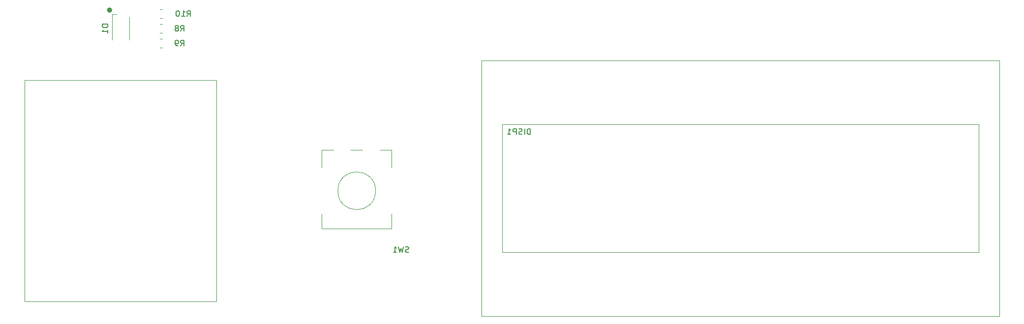
<source format=gbr>
%TF.GenerationSoftware,KiCad,Pcbnew,(5.1.8-0-10_14)*%
%TF.CreationDate,2021-12-04T19:42:54-08:00*%
%TF.ProjectId,Control,436f6e74-726f-46c2-9e6b-696361645f70,rev?*%
%TF.SameCoordinates,Original*%
%TF.FileFunction,Legend,Bot*%
%TF.FilePolarity,Positive*%
%FSLAX46Y46*%
G04 Gerber Fmt 4.6, Leading zero omitted, Abs format (unit mm)*
G04 Created by KiCad (PCBNEW (5.1.8-0-10_14)) date 2021-12-04 19:42:54*
%MOMM*%
%LPD*%
G01*
G04 APERTURE LIST*
%ADD10C,0.500000*%
%ADD11C,0.120000*%
%ADD12C,0.150000*%
G04 APERTURE END LIST*
D10*
X74495000Y-70485000D02*
G75*
G03*
X74495000Y-70485000I-200000J0D01*
G01*
D11*
X92710000Y-82550000D02*
X59690000Y-82550000D01*
X92710000Y-120650000D02*
X92710000Y-82550000D01*
X59690000Y-120650000D02*
X92710000Y-120650000D01*
X59690000Y-82550000D02*
X59690000Y-120650000D01*
%TO.C,SW1*%
X120090000Y-101600000D02*
G75*
G03*
X120090000Y-101600000I-3250000J0D01*
G01*
X122840000Y-94600000D02*
X122840000Y-97600000D01*
X122840000Y-108100000D02*
X110840000Y-108100000D01*
X110840000Y-97600000D02*
X110840000Y-94600000D01*
X120840000Y-94600000D02*
X122840000Y-94600000D01*
X117840000Y-94600000D02*
X115840000Y-94600000D01*
X112840000Y-94600000D02*
X110840000Y-94600000D01*
X110840000Y-105600000D02*
X110840000Y-108100000D01*
X122840000Y-108100000D02*
X122840000Y-105600000D01*
%TO.C,D1*%
X75500000Y-71160000D02*
X74700000Y-71160000D01*
X74700000Y-71159956D02*
X74700000Y-75610000D01*
X77700000Y-71710000D02*
X77700000Y-75610000D01*
%TO.C,R10*%
X82957936Y-71855000D02*
X83412064Y-71855000D01*
X82957936Y-70385000D02*
X83412064Y-70385000D01*
%TO.C,R9*%
X82957936Y-76935000D02*
X83412064Y-76935000D01*
X82957936Y-75465000D02*
X83412064Y-75465000D01*
%TO.C,R8*%
X82957936Y-74395000D02*
X83412064Y-74395000D01*
X82957936Y-72925000D02*
X83412064Y-72925000D01*
%TO.C,DISP1*%
X138280000Y-79150000D02*
X227480000Y-79150000D01*
X138280000Y-123150000D02*
X227480000Y-123150000D01*
X227480000Y-123150000D02*
X227480000Y-79150000D01*
X138280000Y-123150000D02*
X138280000Y-79150000D01*
X141880000Y-112150000D02*
X223880000Y-112150000D01*
X223880000Y-112150000D02*
X223880000Y-90150000D01*
X141880000Y-90150000D02*
X223880000Y-90150000D01*
X141880000Y-112150000D02*
X141880000Y-90150000D01*
%TO.C,SW1*%
D12*
X125793333Y-112164761D02*
X125650476Y-112212380D01*
X125412380Y-112212380D01*
X125317142Y-112164761D01*
X125269523Y-112117142D01*
X125221904Y-112021904D01*
X125221904Y-111926666D01*
X125269523Y-111831428D01*
X125317142Y-111783809D01*
X125412380Y-111736190D01*
X125602857Y-111688571D01*
X125698095Y-111640952D01*
X125745714Y-111593333D01*
X125793333Y-111498095D01*
X125793333Y-111402857D01*
X125745714Y-111307619D01*
X125698095Y-111260000D01*
X125602857Y-111212380D01*
X125364761Y-111212380D01*
X125221904Y-111260000D01*
X124888571Y-111212380D02*
X124650476Y-112212380D01*
X124460000Y-111498095D01*
X124269523Y-112212380D01*
X124031428Y-111212380D01*
X123126666Y-112212380D02*
X123698095Y-112212380D01*
X123412380Y-112212380D02*
X123412380Y-111212380D01*
X123507619Y-111355238D01*
X123602857Y-111450476D01*
X123698095Y-111498095D01*
%TO.C,D1*%
X74002380Y-72921904D02*
X73002380Y-72921904D01*
X73002380Y-73160000D01*
X73050000Y-73302857D01*
X73145238Y-73398095D01*
X73240476Y-73445714D01*
X73430952Y-73493333D01*
X73573809Y-73493333D01*
X73764285Y-73445714D01*
X73859523Y-73398095D01*
X73954761Y-73302857D01*
X74002380Y-73160000D01*
X74002380Y-72921904D01*
X74002380Y-74445714D02*
X74002380Y-73874285D01*
X74002380Y-74160000D02*
X73002380Y-74160000D01*
X73145238Y-74064761D01*
X73240476Y-73969523D01*
X73288095Y-73874285D01*
%TO.C,R10*%
X87637857Y-71572380D02*
X87971190Y-71096190D01*
X88209285Y-71572380D02*
X88209285Y-70572380D01*
X87828333Y-70572380D01*
X87733095Y-70620000D01*
X87685476Y-70667619D01*
X87637857Y-70762857D01*
X87637857Y-70905714D01*
X87685476Y-71000952D01*
X87733095Y-71048571D01*
X87828333Y-71096190D01*
X88209285Y-71096190D01*
X86685476Y-71572380D02*
X87256904Y-71572380D01*
X86971190Y-71572380D02*
X86971190Y-70572380D01*
X87066428Y-70715238D01*
X87161666Y-70810476D01*
X87256904Y-70858095D01*
X86066428Y-70572380D02*
X85971190Y-70572380D01*
X85875952Y-70620000D01*
X85828333Y-70667619D01*
X85780714Y-70762857D01*
X85733095Y-70953333D01*
X85733095Y-71191428D01*
X85780714Y-71381904D01*
X85828333Y-71477142D01*
X85875952Y-71524761D01*
X85971190Y-71572380D01*
X86066428Y-71572380D01*
X86161666Y-71524761D01*
X86209285Y-71477142D01*
X86256904Y-71381904D01*
X86304523Y-71191428D01*
X86304523Y-70953333D01*
X86256904Y-70762857D01*
X86209285Y-70667619D01*
X86161666Y-70620000D01*
X86066428Y-70572380D01*
%TO.C,R9*%
X86526666Y-76652380D02*
X86860000Y-76176190D01*
X87098095Y-76652380D02*
X87098095Y-75652380D01*
X86717142Y-75652380D01*
X86621904Y-75700000D01*
X86574285Y-75747619D01*
X86526666Y-75842857D01*
X86526666Y-75985714D01*
X86574285Y-76080952D01*
X86621904Y-76128571D01*
X86717142Y-76176190D01*
X87098095Y-76176190D01*
X86050476Y-76652380D02*
X85860000Y-76652380D01*
X85764761Y-76604761D01*
X85717142Y-76557142D01*
X85621904Y-76414285D01*
X85574285Y-76223809D01*
X85574285Y-75842857D01*
X85621904Y-75747619D01*
X85669523Y-75700000D01*
X85764761Y-75652380D01*
X85955238Y-75652380D01*
X86050476Y-75700000D01*
X86098095Y-75747619D01*
X86145714Y-75842857D01*
X86145714Y-76080952D01*
X86098095Y-76176190D01*
X86050476Y-76223809D01*
X85955238Y-76271428D01*
X85764761Y-76271428D01*
X85669523Y-76223809D01*
X85621904Y-76176190D01*
X85574285Y-76080952D01*
%TO.C,R8*%
X86526666Y-74112380D02*
X86860000Y-73636190D01*
X87098095Y-74112380D02*
X87098095Y-73112380D01*
X86717142Y-73112380D01*
X86621904Y-73160000D01*
X86574285Y-73207619D01*
X86526666Y-73302857D01*
X86526666Y-73445714D01*
X86574285Y-73540952D01*
X86621904Y-73588571D01*
X86717142Y-73636190D01*
X87098095Y-73636190D01*
X85955238Y-73540952D02*
X86050476Y-73493333D01*
X86098095Y-73445714D01*
X86145714Y-73350476D01*
X86145714Y-73302857D01*
X86098095Y-73207619D01*
X86050476Y-73160000D01*
X85955238Y-73112380D01*
X85764761Y-73112380D01*
X85669523Y-73160000D01*
X85621904Y-73207619D01*
X85574285Y-73302857D01*
X85574285Y-73350476D01*
X85621904Y-73445714D01*
X85669523Y-73493333D01*
X85764761Y-73540952D01*
X85955238Y-73540952D01*
X86050476Y-73588571D01*
X86098095Y-73636190D01*
X86145714Y-73731428D01*
X86145714Y-73921904D01*
X86098095Y-74017142D01*
X86050476Y-74064761D01*
X85955238Y-74112380D01*
X85764761Y-74112380D01*
X85669523Y-74064761D01*
X85621904Y-74017142D01*
X85574285Y-73921904D01*
X85574285Y-73731428D01*
X85621904Y-73636190D01*
X85669523Y-73588571D01*
X85764761Y-73540952D01*
%TO.C,DISP1*%
X146732380Y-91892380D02*
X146732380Y-90892380D01*
X146494285Y-90892380D01*
X146351428Y-90940000D01*
X146256190Y-91035238D01*
X146208571Y-91130476D01*
X146160952Y-91320952D01*
X146160952Y-91463809D01*
X146208571Y-91654285D01*
X146256190Y-91749523D01*
X146351428Y-91844761D01*
X146494285Y-91892380D01*
X146732380Y-91892380D01*
X145732380Y-91892380D02*
X145732380Y-90892380D01*
X145303809Y-91844761D02*
X145160952Y-91892380D01*
X144922857Y-91892380D01*
X144827619Y-91844761D01*
X144780000Y-91797142D01*
X144732380Y-91701904D01*
X144732380Y-91606666D01*
X144780000Y-91511428D01*
X144827619Y-91463809D01*
X144922857Y-91416190D01*
X145113333Y-91368571D01*
X145208571Y-91320952D01*
X145256190Y-91273333D01*
X145303809Y-91178095D01*
X145303809Y-91082857D01*
X145256190Y-90987619D01*
X145208571Y-90940000D01*
X145113333Y-90892380D01*
X144875238Y-90892380D01*
X144732380Y-90940000D01*
X144303809Y-91892380D02*
X144303809Y-90892380D01*
X143922857Y-90892380D01*
X143827619Y-90940000D01*
X143780000Y-90987619D01*
X143732380Y-91082857D01*
X143732380Y-91225714D01*
X143780000Y-91320952D01*
X143827619Y-91368571D01*
X143922857Y-91416190D01*
X144303809Y-91416190D01*
X142780000Y-91892380D02*
X143351428Y-91892380D01*
X143065714Y-91892380D02*
X143065714Y-90892380D01*
X143160952Y-91035238D01*
X143256190Y-91130476D01*
X143351428Y-91178095D01*
%TD*%
M02*

</source>
